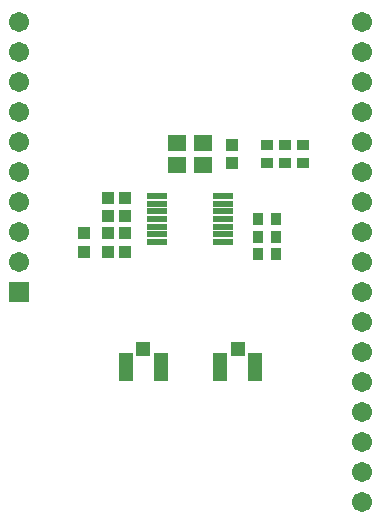
<source format=gts>
G04*
G04 #@! TF.GenerationSoftware,Altium Limited,Altium Designer,20.0.11 (256)*
G04*
G04 Layer_Color=8388736*
%FSLAX25Y25*%
%MOIN*%
G70*
G01*
G75*
%ADD20R,0.04300X0.04200*%
%ADD21R,0.04000X0.03800*%
%ADD22R,0.06312X0.05524*%
%ADD23R,0.06850X0.01929*%
%ADD24R,0.03800X0.04000*%
%ADD25R,0.04934X0.09461*%
%ADD26R,0.04737X0.04934*%
%ADD27C,0.06706*%
%ADD28R,0.06706X0.06706*%
D20*
X41339Y95570D02*
D03*
Y89470D02*
D03*
X35433Y95570D02*
D03*
Y89470D02*
D03*
X27559Y95570D02*
D03*
Y89470D02*
D03*
X41339Y101281D02*
D03*
Y107381D02*
D03*
X35433Y101281D02*
D03*
Y107381D02*
D03*
X76772Y125097D02*
D03*
Y118997D02*
D03*
D21*
X100394Y125097D02*
D03*
Y118997D02*
D03*
X94488Y125097D02*
D03*
Y118997D02*
D03*
X88583D02*
D03*
Y125097D02*
D03*
D22*
X67323Y125787D02*
D03*
X58661D02*
D03*
X67323Y118307D02*
D03*
X58661D02*
D03*
D23*
X51968Y108071D02*
D03*
Y105512D02*
D03*
Y102953D02*
D03*
Y100394D02*
D03*
Y97835D02*
D03*
Y95276D02*
D03*
Y92716D02*
D03*
X74016Y92716D02*
D03*
Y95276D02*
D03*
Y97835D02*
D03*
Y100394D02*
D03*
Y102953D02*
D03*
Y105512D02*
D03*
Y108071D02*
D03*
D24*
X85533Y88583D02*
D03*
X91633D02*
D03*
X85533Y94488D02*
D03*
X91633D02*
D03*
X85533Y100394D02*
D03*
X91633D02*
D03*
D25*
X84547Y51181D02*
D03*
X72933D02*
D03*
X53051D02*
D03*
X41437D02*
D03*
D26*
X78740Y57185D02*
D03*
X47244D02*
D03*
D27*
X5906Y95906D02*
D03*
Y165905D02*
D03*
Y155905D02*
D03*
Y145905D02*
D03*
Y135906D02*
D03*
Y125906D02*
D03*
Y115905D02*
D03*
Y105905D02*
D03*
Y85905D02*
D03*
X120079Y165905D02*
D03*
Y5906D02*
D03*
Y15905D02*
D03*
Y25905D02*
D03*
Y35906D02*
D03*
Y45906D02*
D03*
Y55905D02*
D03*
Y65905D02*
D03*
Y75906D02*
D03*
Y85905D02*
D03*
Y95906D02*
D03*
Y105905D02*
D03*
Y115905D02*
D03*
Y125906D02*
D03*
Y135906D02*
D03*
Y145905D02*
D03*
Y155905D02*
D03*
D28*
X5906Y75906D02*
D03*
M02*

</source>
